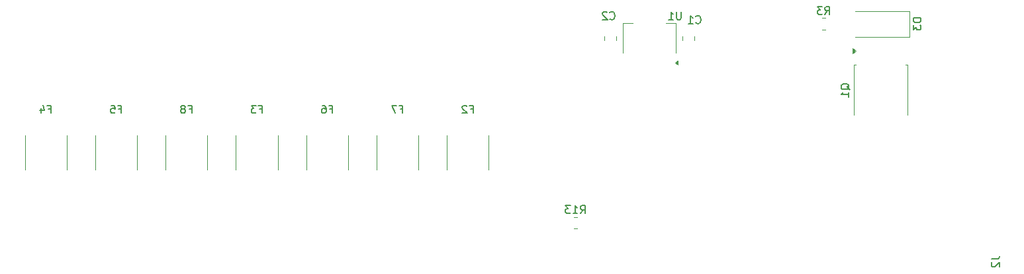
<source format=gbr>
%TF.GenerationSoftware,KiCad,Pcbnew,8.0.8*%
%TF.CreationDate,2025-02-10T21:05:06-08:00*%
%TF.ProjectId,Power_PCB,506f7765-725f-4504-9342-2e6b69636164,rev?*%
%TF.SameCoordinates,Original*%
%TF.FileFunction,Legend,Bot*%
%TF.FilePolarity,Positive*%
%FSLAX46Y46*%
G04 Gerber Fmt 4.6, Leading zero omitted, Abs format (unit mm)*
G04 Created by KiCad (PCBNEW 8.0.8) date 2025-02-10 21:05:06*
%MOMM*%
%LPD*%
G01*
G04 APERTURE LIST*
%ADD10C,0.150000*%
%ADD11C,0.120000*%
G04 APERTURE END LIST*
D10*
X160954819Y-70666666D02*
X161669104Y-70666666D01*
X161669104Y-70666666D02*
X161811961Y-70619047D01*
X161811961Y-70619047D02*
X161907200Y-70523809D01*
X161907200Y-70523809D02*
X161954819Y-70380952D01*
X161954819Y-70380952D02*
X161954819Y-70285714D01*
X161050057Y-71095238D02*
X161002438Y-71142857D01*
X161002438Y-71142857D02*
X160954819Y-71238095D01*
X160954819Y-71238095D02*
X160954819Y-71476190D01*
X160954819Y-71476190D02*
X161002438Y-71571428D01*
X161002438Y-71571428D02*
X161050057Y-71619047D01*
X161050057Y-71619047D02*
X161145295Y-71666666D01*
X161145295Y-71666666D02*
X161240533Y-71666666D01*
X161240533Y-71666666D02*
X161383390Y-71619047D01*
X161383390Y-71619047D02*
X161954819Y-71047619D01*
X161954819Y-71047619D02*
X161954819Y-71666666D01*
X67333333Y-51431009D02*
X67666666Y-51431009D01*
X67666666Y-51954819D02*
X67666666Y-50954819D01*
X67666666Y-50954819D02*
X67190476Y-50954819D01*
X66904761Y-50954819D02*
X66285714Y-50954819D01*
X66285714Y-50954819D02*
X66619047Y-51335771D01*
X66619047Y-51335771D02*
X66476190Y-51335771D01*
X66476190Y-51335771D02*
X66380952Y-51383390D01*
X66380952Y-51383390D02*
X66333333Y-51431009D01*
X66333333Y-51431009D02*
X66285714Y-51526247D01*
X66285714Y-51526247D02*
X66285714Y-51764342D01*
X66285714Y-51764342D02*
X66333333Y-51859580D01*
X66333333Y-51859580D02*
X66380952Y-51907200D01*
X66380952Y-51907200D02*
X66476190Y-51954819D01*
X66476190Y-51954819D02*
X66761904Y-51954819D01*
X66761904Y-51954819D02*
X66857142Y-51907200D01*
X66857142Y-51907200D02*
X66904761Y-51859580D01*
X112166666Y-39859580D02*
X112214285Y-39907200D01*
X112214285Y-39907200D02*
X112357142Y-39954819D01*
X112357142Y-39954819D02*
X112452380Y-39954819D01*
X112452380Y-39954819D02*
X112595237Y-39907200D01*
X112595237Y-39907200D02*
X112690475Y-39811961D01*
X112690475Y-39811961D02*
X112738094Y-39716723D01*
X112738094Y-39716723D02*
X112785713Y-39526247D01*
X112785713Y-39526247D02*
X112785713Y-39383390D01*
X112785713Y-39383390D02*
X112738094Y-39192914D01*
X112738094Y-39192914D02*
X112690475Y-39097676D01*
X112690475Y-39097676D02*
X112595237Y-39002438D01*
X112595237Y-39002438D02*
X112452380Y-38954819D01*
X112452380Y-38954819D02*
X112357142Y-38954819D01*
X112357142Y-38954819D02*
X112214285Y-39002438D01*
X112214285Y-39002438D02*
X112166666Y-39050057D01*
X111785713Y-39050057D02*
X111738094Y-39002438D01*
X111738094Y-39002438D02*
X111642856Y-38954819D01*
X111642856Y-38954819D02*
X111404761Y-38954819D01*
X111404761Y-38954819D02*
X111309523Y-39002438D01*
X111309523Y-39002438D02*
X111261904Y-39050057D01*
X111261904Y-39050057D02*
X111214285Y-39145295D01*
X111214285Y-39145295D02*
X111214285Y-39240533D01*
X111214285Y-39240533D02*
X111261904Y-39383390D01*
X111261904Y-39383390D02*
X111833332Y-39954819D01*
X111833332Y-39954819D02*
X111214285Y-39954819D01*
X94333333Y-51431009D02*
X94666666Y-51431009D01*
X94666666Y-51954819D02*
X94666666Y-50954819D01*
X94666666Y-50954819D02*
X94190476Y-50954819D01*
X93857142Y-51050057D02*
X93809523Y-51002438D01*
X93809523Y-51002438D02*
X93714285Y-50954819D01*
X93714285Y-50954819D02*
X93476190Y-50954819D01*
X93476190Y-50954819D02*
X93380952Y-51002438D01*
X93380952Y-51002438D02*
X93333333Y-51050057D01*
X93333333Y-51050057D02*
X93285714Y-51145295D01*
X93285714Y-51145295D02*
X93285714Y-51240533D01*
X93285714Y-51240533D02*
X93333333Y-51383390D01*
X93333333Y-51383390D02*
X93904761Y-51954819D01*
X93904761Y-51954819D02*
X93285714Y-51954819D01*
X40333333Y-51431009D02*
X40666666Y-51431009D01*
X40666666Y-51954819D02*
X40666666Y-50954819D01*
X40666666Y-50954819D02*
X40190476Y-50954819D01*
X39380952Y-51288152D02*
X39380952Y-51954819D01*
X39619047Y-50907200D02*
X39857142Y-51621485D01*
X39857142Y-51621485D02*
X39238095Y-51621485D01*
X49333333Y-51431009D02*
X49666666Y-51431009D01*
X49666666Y-51954819D02*
X49666666Y-50954819D01*
X49666666Y-50954819D02*
X49190476Y-50954819D01*
X48333333Y-50954819D02*
X48809523Y-50954819D01*
X48809523Y-50954819D02*
X48857142Y-51431009D01*
X48857142Y-51431009D02*
X48809523Y-51383390D01*
X48809523Y-51383390D02*
X48714285Y-51335771D01*
X48714285Y-51335771D02*
X48476190Y-51335771D01*
X48476190Y-51335771D02*
X48380952Y-51383390D01*
X48380952Y-51383390D02*
X48333333Y-51431009D01*
X48333333Y-51431009D02*
X48285714Y-51526247D01*
X48285714Y-51526247D02*
X48285714Y-51764342D01*
X48285714Y-51764342D02*
X48333333Y-51859580D01*
X48333333Y-51859580D02*
X48380952Y-51907200D01*
X48380952Y-51907200D02*
X48476190Y-51954819D01*
X48476190Y-51954819D02*
X48714285Y-51954819D01*
X48714285Y-51954819D02*
X48809523Y-51907200D01*
X48809523Y-51907200D02*
X48857142Y-51859580D01*
X121261904Y-38954819D02*
X121261904Y-39764342D01*
X121261904Y-39764342D02*
X121214285Y-39859580D01*
X121214285Y-39859580D02*
X121166666Y-39907200D01*
X121166666Y-39907200D02*
X121071428Y-39954819D01*
X121071428Y-39954819D02*
X120880952Y-39954819D01*
X120880952Y-39954819D02*
X120785714Y-39907200D01*
X120785714Y-39907200D02*
X120738095Y-39859580D01*
X120738095Y-39859580D02*
X120690476Y-39764342D01*
X120690476Y-39764342D02*
X120690476Y-38954819D01*
X119690476Y-39954819D02*
X120261904Y-39954819D01*
X119976190Y-39954819D02*
X119976190Y-38954819D01*
X119976190Y-38954819D02*
X120071428Y-39097676D01*
X120071428Y-39097676D02*
X120166666Y-39192914D01*
X120166666Y-39192914D02*
X120261904Y-39240533D01*
X58333333Y-51431009D02*
X58666666Y-51431009D01*
X58666666Y-51954819D02*
X58666666Y-50954819D01*
X58666666Y-50954819D02*
X58190476Y-50954819D01*
X57666666Y-51383390D02*
X57761904Y-51335771D01*
X57761904Y-51335771D02*
X57809523Y-51288152D01*
X57809523Y-51288152D02*
X57857142Y-51192914D01*
X57857142Y-51192914D02*
X57857142Y-51145295D01*
X57857142Y-51145295D02*
X57809523Y-51050057D01*
X57809523Y-51050057D02*
X57761904Y-51002438D01*
X57761904Y-51002438D02*
X57666666Y-50954819D01*
X57666666Y-50954819D02*
X57476190Y-50954819D01*
X57476190Y-50954819D02*
X57380952Y-51002438D01*
X57380952Y-51002438D02*
X57333333Y-51050057D01*
X57333333Y-51050057D02*
X57285714Y-51145295D01*
X57285714Y-51145295D02*
X57285714Y-51192914D01*
X57285714Y-51192914D02*
X57333333Y-51288152D01*
X57333333Y-51288152D02*
X57380952Y-51335771D01*
X57380952Y-51335771D02*
X57476190Y-51383390D01*
X57476190Y-51383390D02*
X57666666Y-51383390D01*
X57666666Y-51383390D02*
X57761904Y-51431009D01*
X57761904Y-51431009D02*
X57809523Y-51478628D01*
X57809523Y-51478628D02*
X57857142Y-51573866D01*
X57857142Y-51573866D02*
X57857142Y-51764342D01*
X57857142Y-51764342D02*
X57809523Y-51859580D01*
X57809523Y-51859580D02*
X57761904Y-51907200D01*
X57761904Y-51907200D02*
X57666666Y-51954819D01*
X57666666Y-51954819D02*
X57476190Y-51954819D01*
X57476190Y-51954819D02*
X57380952Y-51907200D01*
X57380952Y-51907200D02*
X57333333Y-51859580D01*
X57333333Y-51859580D02*
X57285714Y-51764342D01*
X57285714Y-51764342D02*
X57285714Y-51573866D01*
X57285714Y-51573866D02*
X57333333Y-51478628D01*
X57333333Y-51478628D02*
X57380952Y-51431009D01*
X57380952Y-51431009D02*
X57476190Y-51383390D01*
X108392857Y-64804819D02*
X108726190Y-64328628D01*
X108964285Y-64804819D02*
X108964285Y-63804819D01*
X108964285Y-63804819D02*
X108583333Y-63804819D01*
X108583333Y-63804819D02*
X108488095Y-63852438D01*
X108488095Y-63852438D02*
X108440476Y-63900057D01*
X108440476Y-63900057D02*
X108392857Y-63995295D01*
X108392857Y-63995295D02*
X108392857Y-64138152D01*
X108392857Y-64138152D02*
X108440476Y-64233390D01*
X108440476Y-64233390D02*
X108488095Y-64281009D01*
X108488095Y-64281009D02*
X108583333Y-64328628D01*
X108583333Y-64328628D02*
X108964285Y-64328628D01*
X107440476Y-64804819D02*
X108011904Y-64804819D01*
X107726190Y-64804819D02*
X107726190Y-63804819D01*
X107726190Y-63804819D02*
X107821428Y-63947676D01*
X107821428Y-63947676D02*
X107916666Y-64042914D01*
X107916666Y-64042914D02*
X108011904Y-64090533D01*
X107107142Y-63804819D02*
X106488095Y-63804819D01*
X106488095Y-63804819D02*
X106821428Y-64185771D01*
X106821428Y-64185771D02*
X106678571Y-64185771D01*
X106678571Y-64185771D02*
X106583333Y-64233390D01*
X106583333Y-64233390D02*
X106535714Y-64281009D01*
X106535714Y-64281009D02*
X106488095Y-64376247D01*
X106488095Y-64376247D02*
X106488095Y-64614342D01*
X106488095Y-64614342D02*
X106535714Y-64709580D01*
X106535714Y-64709580D02*
X106583333Y-64757200D01*
X106583333Y-64757200D02*
X106678571Y-64804819D01*
X106678571Y-64804819D02*
X106964285Y-64804819D01*
X106964285Y-64804819D02*
X107059523Y-64757200D01*
X107059523Y-64757200D02*
X107107142Y-64709580D01*
X139666666Y-39304819D02*
X139999999Y-38828628D01*
X140238094Y-39304819D02*
X140238094Y-38304819D01*
X140238094Y-38304819D02*
X139857142Y-38304819D01*
X139857142Y-38304819D02*
X139761904Y-38352438D01*
X139761904Y-38352438D02*
X139714285Y-38400057D01*
X139714285Y-38400057D02*
X139666666Y-38495295D01*
X139666666Y-38495295D02*
X139666666Y-38638152D01*
X139666666Y-38638152D02*
X139714285Y-38733390D01*
X139714285Y-38733390D02*
X139761904Y-38781009D01*
X139761904Y-38781009D02*
X139857142Y-38828628D01*
X139857142Y-38828628D02*
X140238094Y-38828628D01*
X139333332Y-38304819D02*
X138714285Y-38304819D01*
X138714285Y-38304819D02*
X139047618Y-38685771D01*
X139047618Y-38685771D02*
X138904761Y-38685771D01*
X138904761Y-38685771D02*
X138809523Y-38733390D01*
X138809523Y-38733390D02*
X138761904Y-38781009D01*
X138761904Y-38781009D02*
X138714285Y-38876247D01*
X138714285Y-38876247D02*
X138714285Y-39114342D01*
X138714285Y-39114342D02*
X138761904Y-39209580D01*
X138761904Y-39209580D02*
X138809523Y-39257200D01*
X138809523Y-39257200D02*
X138904761Y-39304819D01*
X138904761Y-39304819D02*
X139190475Y-39304819D01*
X139190475Y-39304819D02*
X139285713Y-39257200D01*
X139285713Y-39257200D02*
X139333332Y-39209580D01*
X151954819Y-39761905D02*
X150954819Y-39761905D01*
X150954819Y-39761905D02*
X150954819Y-40000000D01*
X150954819Y-40000000D02*
X151002438Y-40142857D01*
X151002438Y-40142857D02*
X151097676Y-40238095D01*
X151097676Y-40238095D02*
X151192914Y-40285714D01*
X151192914Y-40285714D02*
X151383390Y-40333333D01*
X151383390Y-40333333D02*
X151526247Y-40333333D01*
X151526247Y-40333333D02*
X151716723Y-40285714D01*
X151716723Y-40285714D02*
X151811961Y-40238095D01*
X151811961Y-40238095D02*
X151907200Y-40142857D01*
X151907200Y-40142857D02*
X151954819Y-40000000D01*
X151954819Y-40000000D02*
X151954819Y-39761905D01*
X150954819Y-40666667D02*
X150954819Y-41285714D01*
X150954819Y-41285714D02*
X151335771Y-40952381D01*
X151335771Y-40952381D02*
X151335771Y-41095238D01*
X151335771Y-41095238D02*
X151383390Y-41190476D01*
X151383390Y-41190476D02*
X151431009Y-41238095D01*
X151431009Y-41238095D02*
X151526247Y-41285714D01*
X151526247Y-41285714D02*
X151764342Y-41285714D01*
X151764342Y-41285714D02*
X151859580Y-41238095D01*
X151859580Y-41238095D02*
X151907200Y-41190476D01*
X151907200Y-41190476D02*
X151954819Y-41095238D01*
X151954819Y-41095238D02*
X151954819Y-40809524D01*
X151954819Y-40809524D02*
X151907200Y-40714286D01*
X151907200Y-40714286D02*
X151859580Y-40666667D01*
X142830057Y-48944761D02*
X142782438Y-48849523D01*
X142782438Y-48849523D02*
X142687200Y-48754285D01*
X142687200Y-48754285D02*
X142544342Y-48611428D01*
X142544342Y-48611428D02*
X142496723Y-48516190D01*
X142496723Y-48516190D02*
X142496723Y-48420952D01*
X142734819Y-48468571D02*
X142687200Y-48373333D01*
X142687200Y-48373333D02*
X142591961Y-48278095D01*
X142591961Y-48278095D02*
X142401485Y-48230476D01*
X142401485Y-48230476D02*
X142068152Y-48230476D01*
X142068152Y-48230476D02*
X141877676Y-48278095D01*
X141877676Y-48278095D02*
X141782438Y-48373333D01*
X141782438Y-48373333D02*
X141734819Y-48468571D01*
X141734819Y-48468571D02*
X141734819Y-48659047D01*
X141734819Y-48659047D02*
X141782438Y-48754285D01*
X141782438Y-48754285D02*
X141877676Y-48849523D01*
X141877676Y-48849523D02*
X142068152Y-48897142D01*
X142068152Y-48897142D02*
X142401485Y-48897142D01*
X142401485Y-48897142D02*
X142591961Y-48849523D01*
X142591961Y-48849523D02*
X142687200Y-48754285D01*
X142687200Y-48754285D02*
X142734819Y-48659047D01*
X142734819Y-48659047D02*
X142734819Y-48468571D01*
X142734819Y-49849523D02*
X142734819Y-49278095D01*
X142734819Y-49563809D02*
X141734819Y-49563809D01*
X141734819Y-49563809D02*
X141877676Y-49468571D01*
X141877676Y-49468571D02*
X141972914Y-49373333D01*
X141972914Y-49373333D02*
X142020533Y-49278095D01*
X76333333Y-51431009D02*
X76666666Y-51431009D01*
X76666666Y-51954819D02*
X76666666Y-50954819D01*
X76666666Y-50954819D02*
X76190476Y-50954819D01*
X75380952Y-50954819D02*
X75571428Y-50954819D01*
X75571428Y-50954819D02*
X75666666Y-51002438D01*
X75666666Y-51002438D02*
X75714285Y-51050057D01*
X75714285Y-51050057D02*
X75809523Y-51192914D01*
X75809523Y-51192914D02*
X75857142Y-51383390D01*
X75857142Y-51383390D02*
X75857142Y-51764342D01*
X75857142Y-51764342D02*
X75809523Y-51859580D01*
X75809523Y-51859580D02*
X75761904Y-51907200D01*
X75761904Y-51907200D02*
X75666666Y-51954819D01*
X75666666Y-51954819D02*
X75476190Y-51954819D01*
X75476190Y-51954819D02*
X75380952Y-51907200D01*
X75380952Y-51907200D02*
X75333333Y-51859580D01*
X75333333Y-51859580D02*
X75285714Y-51764342D01*
X75285714Y-51764342D02*
X75285714Y-51526247D01*
X75285714Y-51526247D02*
X75333333Y-51431009D01*
X75333333Y-51431009D02*
X75380952Y-51383390D01*
X75380952Y-51383390D02*
X75476190Y-51335771D01*
X75476190Y-51335771D02*
X75666666Y-51335771D01*
X75666666Y-51335771D02*
X75761904Y-51383390D01*
X75761904Y-51383390D02*
X75809523Y-51431009D01*
X75809523Y-51431009D02*
X75857142Y-51526247D01*
X123166666Y-40359580D02*
X123214285Y-40407200D01*
X123214285Y-40407200D02*
X123357142Y-40454819D01*
X123357142Y-40454819D02*
X123452380Y-40454819D01*
X123452380Y-40454819D02*
X123595237Y-40407200D01*
X123595237Y-40407200D02*
X123690475Y-40311961D01*
X123690475Y-40311961D02*
X123738094Y-40216723D01*
X123738094Y-40216723D02*
X123785713Y-40026247D01*
X123785713Y-40026247D02*
X123785713Y-39883390D01*
X123785713Y-39883390D02*
X123738094Y-39692914D01*
X123738094Y-39692914D02*
X123690475Y-39597676D01*
X123690475Y-39597676D02*
X123595237Y-39502438D01*
X123595237Y-39502438D02*
X123452380Y-39454819D01*
X123452380Y-39454819D02*
X123357142Y-39454819D01*
X123357142Y-39454819D02*
X123214285Y-39502438D01*
X123214285Y-39502438D02*
X123166666Y-39550057D01*
X122214285Y-40454819D02*
X122785713Y-40454819D01*
X122499999Y-40454819D02*
X122499999Y-39454819D01*
X122499999Y-39454819D02*
X122595237Y-39597676D01*
X122595237Y-39597676D02*
X122690475Y-39692914D01*
X122690475Y-39692914D02*
X122785713Y-39740533D01*
X85333333Y-51431009D02*
X85666666Y-51431009D01*
X85666666Y-51954819D02*
X85666666Y-50954819D01*
X85666666Y-50954819D02*
X85190476Y-50954819D01*
X84904761Y-50954819D02*
X84238095Y-50954819D01*
X84238095Y-50954819D02*
X84666666Y-51954819D01*
D11*
%TO.C,F3*%
X64330000Y-54796248D02*
X64330000Y-59203752D01*
X69670000Y-54796248D02*
X69670000Y-59203752D01*
%TO.C,C2*%
X111465000Y-42088748D02*
X111465000Y-42611252D01*
X112935000Y-42088748D02*
X112935000Y-42611252D01*
%TO.C,F2*%
X91330000Y-54796248D02*
X91330000Y-59203752D01*
X96670000Y-54796248D02*
X96670000Y-59203752D01*
%TO.C,F4*%
X37330000Y-54796248D02*
X37330000Y-59203752D01*
X42670000Y-54796248D02*
X42670000Y-59203752D01*
%TO.C,F5*%
X46330000Y-54796248D02*
X46330000Y-59203752D01*
X51670000Y-54796248D02*
X51670000Y-59203752D01*
%TO.C,U1*%
X113790000Y-40440000D02*
X113790000Y-44200000D01*
X115050000Y-40440000D02*
X113790000Y-40440000D01*
X119350000Y-40440000D02*
X120610000Y-40440000D01*
X120610000Y-40440000D02*
X120610000Y-44200000D01*
X120840000Y-45720000D02*
X120510000Y-45480000D01*
X120840000Y-45240000D01*
X120840000Y-45720000D01*
G36*
X120840000Y-45720000D02*
G01*
X120510000Y-45480000D01*
X120840000Y-45240000D01*
X120840000Y-45720000D01*
G37*
%TO.C,F8*%
X55330000Y-54796248D02*
X55330000Y-59203752D01*
X60670000Y-54796248D02*
X60670000Y-59203752D01*
%TO.C,R13*%
X107522936Y-65265000D02*
X107977064Y-65265000D01*
X107522936Y-66735000D02*
X107977064Y-66735000D01*
%TO.C,R3*%
X139272936Y-39765000D02*
X139727064Y-39765000D01*
X139272936Y-41235000D02*
X139727064Y-41235000D01*
%TO.C,D3*%
X143500000Y-38850000D02*
X150510000Y-38850000D01*
X143500000Y-42150000D02*
X150510000Y-42150000D01*
X150510000Y-42150000D02*
X150510000Y-38850000D01*
%TO.C,Q1*%
X143330000Y-45730000D02*
X143330000Y-52150000D01*
X143600000Y-45730000D02*
X143330000Y-45730000D01*
X149960000Y-45730000D02*
X150230000Y-45730000D01*
X150230000Y-45730000D02*
X150230000Y-52150000D01*
X143640000Y-44000000D02*
X143170000Y-44340000D01*
X143170000Y-43660000D01*
X143640000Y-44000000D01*
G36*
X143640000Y-44000000D02*
G01*
X143170000Y-44340000D01*
X143170000Y-43660000D01*
X143640000Y-44000000D01*
G37*
%TO.C,F6*%
X73330000Y-54796248D02*
X73330000Y-59203752D01*
X78670000Y-54796248D02*
X78670000Y-59203752D01*
%TO.C,C1*%
X121465000Y-42088748D02*
X121465000Y-42611252D01*
X122935000Y-42088748D02*
X122935000Y-42611252D01*
%TO.C,F7*%
X82330000Y-54796248D02*
X82330000Y-59203752D01*
X87670000Y-54796248D02*
X87670000Y-59203752D01*
%TD*%
M02*

</source>
